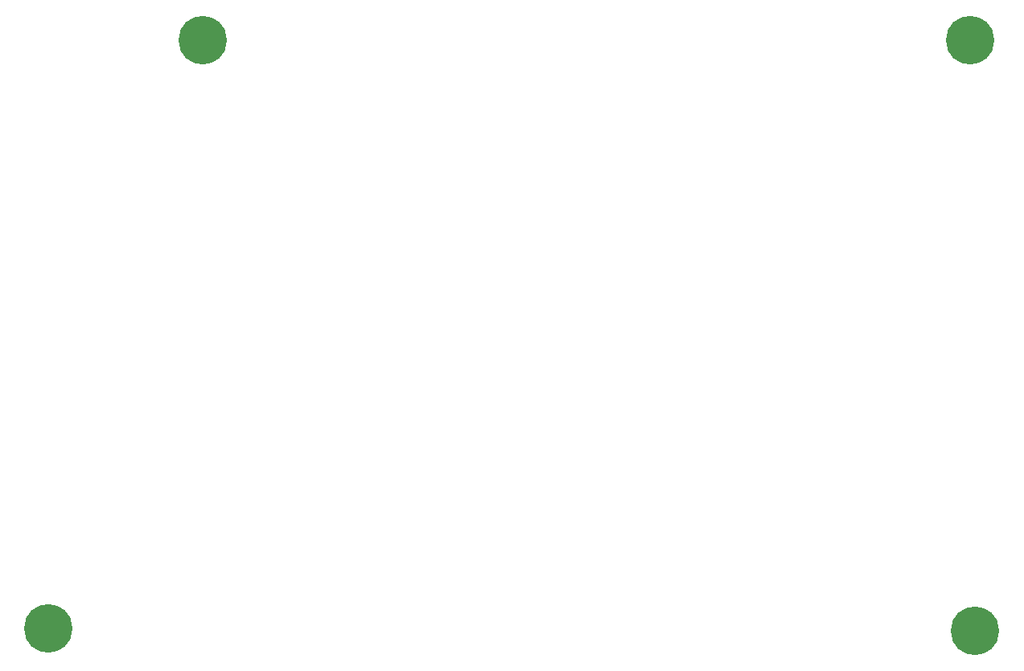
<source format=gbr>
%TF.GenerationSoftware,KiCad,Pcbnew,(6.0.7-1)-1*%
%TF.CreationDate,2022-08-15T15:57:33+02:00*%
%TF.ProjectId,wizza-back-blate,77697a7a-612d-4626-9163-6b2d626c6174,v1.0.0*%
%TF.SameCoordinates,Original*%
%TF.FileFunction,Soldermask,Bot*%
%TF.FilePolarity,Negative*%
%FSLAX46Y46*%
G04 Gerber Fmt 4.6, Leading zero omitted, Abs format (unit mm)*
G04 Created by KiCad (PCBNEW (6.0.7-1)-1) date 2022-08-15 15:57:33*
%MOMM*%
%LPD*%
G01*
G04 APERTURE LIST*
%ADD10C,5.100000*%
G04 APERTURE END LIST*
D10*
%TO.C,*%
X200660000Y-124460000D03*
%TD*%
%TO.C,*%
X297688000Y-62484000D03*
%TD*%
%TO.C,*%
X216916000Y-62484000D03*
%TD*%
%TO.C,*%
X298196000Y-124714000D03*
%TD*%
M02*

</source>
